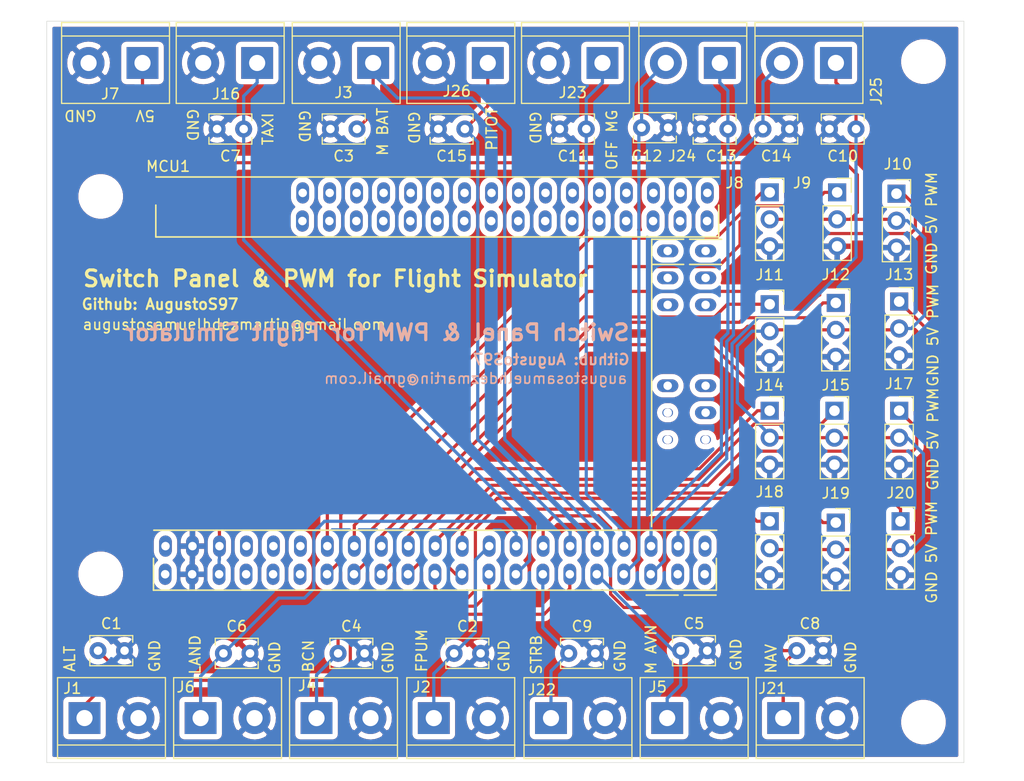
<source format=kicad_pcb>
(kicad_pcb (version 20171130) (host pcbnew "(5.1.10)-1")
  (layers (0 F.Cu signal) (31 B.Cu signal) (34 B.Paste user) (35 F.Paste user) (36 B.SilkS user) (37 F.SilkS user) (38 B.Mask user) (39 F.Mask user) (44 Edge.Cuts user))
  (net 0 "")
  (net 1 GND)
  (net 2 MASTER_ALT)
  (net 3 FUEL_PUMP)
  (net 4 MASTER_BAT)
  (net 5 BCN)
  (net 6 MASTER_AVIONIC)
  (net 7 LAND)
  (net 8 TAXI)
  (net 9 NAV)
  (net 10 STROBE)
  (net 11 START_MAGN)
  (net 12 OFF_MAGN)
  (net 13 R_MAGN)
  (net 14 L_MAGN)
  (net 15 BOTH_MAGN)
  (net 16 PITOT_HEAT)
  (net 17 +5V)
  (net 18 PWM1)
  (net 19 PWM2)
  (net 20 PWM3)
  (net 21 PWM4)
  (net 22 PWM5)
  (net 23 PWM6)
  (net 24 PWM7)
  (net 25 PWM8)
  (net 26 PWM9)
  (net 27 PWM10)
  (net 28 PWM11)
  (net 29 PWM12)
  (module TerminalBlock:TerminalBlock_bornier-2_P5.08mm (layer F.Cu) (at 126.614 116.463)
    (fp_text reference J2 (at -1.138 -2.925) (layer F.SilkS))
    (fp_text value Screw_Terminal_01x02)
    (pad 2 thru_hole circle (at 5.08 0) (size 3 3) (drill 1.52) (layers *.Cu *.Mask) (net 1 GND))
    (pad 1 thru_hole rect (at 0 0) (size 3 3) (drill 1.52) (layers *.Cu *.Mask) (net 3 FUEL_PUMP))
  )
  (module MountingHole:MountingHole_3.2mm_M3 (layer F.Cu) (at 172.72 116.84)
    (fp_text reference H4 hide)
    (fp_text value MountingHole_3.2mm_M3)
    (pad 1 np_thru_hole circle (at 0 0) (size 3.2 3.2) (drill 3.2) (layers *.Cu *.Mask))
  )
  (module MountingHole:MountingHole_3.2mm_M3 (layer F.Cu) (at 172.72 54.61)
    (fp_text reference H3 hide)
    (fp_text value MountingHole_3.2mm_M3)
    (pad 1 np_thru_hole circle (at 0 0) (size 3.2 3.2) (drill 3.2) (layers *.Cu *.Mask))
  )
  (module MountingHole:MountingHole_3.2mm_M3 (layer F.Cu) (at 95.25 102.87)
    (fp_text reference H2 hide)
    (fp_text value MountingHole_3.2mm_M3)
    (pad 1 np_thru_hole circle (at 0 0) (size 3.2 3.2) (drill 3.2) (layers *.Cu *.Mask))
  )
  (module MountingHole:MountingHole_3.2mm_M3 (layer F.Cu) (at 95.25 67.31)
    (fp_text reference H1 hide)
    (fp_text value MountingHole_3.2mm_M3)
    (pad 1 np_thru_hole circle (at 0 0) (size 3.2 3.2) (drill 3.2) (layers *.Cu *.Mask))
  )
  (module Mega2560-pro-mini-radio:MEGA_Embebido (layer F.Cu) (at 127 66.04 180)
    (fp_text reference MCU1 (at 25.4 1.56) (layer F.SilkS))
    (fp_text value Master_Arduino_Mega_Embebido_Arduino_Mega_v3)
    (pad 40 thru_hole oval (at -22.58 -36.87 180) (size 1.2 2) (drill 0.8) (layers *.Cu *.Mask))
    (pad 2 thru_hole oval (at 25.68 -36.87 180) (size 1.2 2) (drill 0.8) (layers *.Cu *.Mask))
    (pad 4 thru_hole oval (at 23.14 -36.87 180) (size 1.2 2) (drill 0.8) (layers *.Cu *.Mask) (net 1 GND))
    (pad 6 thru_hole oval (at 20.6 -36.87 180) (size 1.2 2) (drill 0.8) (layers *.Cu *.Mask) (net 17 +5V))
    (pad 8 thru_hole oval (at 18.06 -36.87 180) (size 1.2 2) (drill 0.8) (layers *.Cu *.Mask))
    (pad 10 thru_hole oval (at 15.52 -36.87 180) (size 1.2 2) (drill 0.8) (layers *.Cu *.Mask))
    (pad 12 thru_hole oval (at 12.98 -36.87 180) (size 1.2 2) (drill 0.8) (layers *.Cu *.Mask))
    (pad 14 thru_hole oval (at 10.44 -36.87 180) (size 1.2 2) (drill 0.8) (layers *.Cu *.Mask) (net 19 PWM2))
    (pad 16 thru_hole oval (at 7.9 -36.87 180) (size 1.2 2) (drill 0.8) (layers *.Cu *.Mask) (net 21 PWM4))
    (pad 18 thru_hole oval (at 5.36 -36.87 180) (size 1.2 2) (drill 0.8) (layers *.Cu *.Mask) (net 23 PWM6))
    (pad 20 thru_hole oval (at 2.82 -36.87 180) (size 1.2 2) (drill 0.8) (layers *.Cu *.Mask) (net 25 PWM8))
    (pad 22 thru_hole oval (at 0.28 -36.87 180) (size 1.2 2) (drill 0.8) (layers *.Cu *.Mask) (net 27 PWM10))
    (pad 24 thru_hole oval (at -2.26 -36.87 180) (size 1.2 2) (drill 0.8) (layers *.Cu *.Mask) (net 29 PWM12))
    (pad 26 thru_hole oval (at -4.8 -36.87 180) (size 1.2 2) (drill 0.8) (layers *.Cu *.Mask) (net 5 BCN))
    (pad 28 thru_hole oval (at -7.34 -36.87 180) (size 1.2 2) (drill 0.8) (layers *.Cu *.Mask) (net 8 TAXI))
    (pad 30 thru_hole oval (at -9.88 -36.87 180) (size 1.2 2) (drill 0.8) (layers *.Cu *.Mask) (net 10 STROBE))
    (pad 36 thru_hole oval (at -17.5 -36.87 180) (size 1.2 2) (drill 0.8) (layers *.Cu *.Mask) (net 13 R_MAGN))
    (pad 34 thru_hole oval (at -14.96 -36.87 180) (size 1.2 2) (drill 0.8) (layers *.Cu *.Mask) (net 6 MASTER_AVIONIC))
    (pad 32 thru_hole oval (at -12.42 -36.87 180) (size 1.2 2) (drill 0.8) (layers *.Cu *.Mask) (net 2 MASTER_ALT))
    (pad 42 thru_hole oval (at -25.12 -36.87 180) (size 1.2 2) (drill 0.8) (layers *.Cu *.Mask))
    (pad 38 thru_hole oval (at -20.04 -36.87 180) (size 1.2 2) (drill 0.8) (layers *.Cu *.Mask) (net 15 BOTH_MAGN))
    (pad 1 thru_hole oval (at 25.65 -34.22 180) (size 1.2 2) (drill 0.8) (layers *.Cu *.Mask))
    (pad 3 thru_hole oval (at 23.11 -34.22 180) (size 1.2 2) (drill 0.8) (layers *.Cu *.Mask) (net 1 GND))
    (pad 5 thru_hole oval (at 20.57 -34.22 180) (size 1.2 2) (drill 0.8) (layers *.Cu *.Mask) (net 17 +5V))
    (pad 7 thru_hole oval (at 18.03 -34.22 180) (size 1.2 2) (drill 0.8) (layers *.Cu *.Mask))
    (pad 9 thru_hole oval (at 15.49 -34.22 180) (size 1.2 2) (drill 0.8) (layers *.Cu *.Mask))
    (pad 11 thru_hole oval (at 12.95 -34.22 180) (size 1.2 2) (drill 0.8) (layers *.Cu *.Mask))
    (pad 13 thru_hole oval (at 10.41 -34.22 180) (size 1.2 2) (drill 0.8) (layers *.Cu *.Mask) (net 18 PWM1))
    (pad 15 thru_hole oval (at 7.87 -34.22 180) (size 1.2 2) (drill 0.8) (layers *.Cu *.Mask) (net 20 PWM3))
    (pad 17 thru_hole oval (at 5.33 -34.22 180) (size 1.2 2) (drill 0.8) (layers *.Cu *.Mask) (net 22 PWM5))
    (pad 19 thru_hole oval (at 2.79 -34.22 180) (size 1.2 2) (drill 0.8) (layers *.Cu *.Mask) (net 24 PWM7))
    (pad 21 thru_hole oval (at 0.25 -34.22 180) (size 1.2 2) (drill 0.8) (layers *.Cu *.Mask) (net 26 PWM9))
    (pad 23 thru_hole oval (at -2.29 -34.22 180) (size 1.2 2) (drill 0.8) (layers *.Cu *.Mask) (net 28 PWM11))
    (pad 25 thru_hole oval (at -4.83 -34.22 180) (size 1.2 2) (drill 0.8) (layers *.Cu *.Mask) (net 3 FUEL_PUMP))
    (pad 27 thru_hole oval (at -7.37 -34.22 180) (size 1.2 2) (drill 0.8) (layers *.Cu *.Mask) (net 7 LAND))
    (pad 29 thru_hole oval (at -9.91 -34.22 180) (size 1.2 2) (drill 0.8) (layers *.Cu *.Mask) (net 9 NAV))
    (pad 31 thru_hole oval (at -12.45 -34.22 180) (size 1.2 2) (drill 0.8) (layers *.Cu *.Mask) (net 16 PITOT_HEAT))
    (pad 33 thru_hole oval (at -14.99 -34.22 180) (size 1.2 2) (drill 0.8) (layers *.Cu *.Mask) (net 4 MASTER_BAT))
    (pad 35 thru_hole oval (at -17.53 -34.22 180) (size 1.2 2) (drill 0.8) (layers *.Cu *.Mask) (net 12 OFF_MAGN))
    (pad 37 thru_hole oval (at -20.07 -34.22 180) (size 1.2 2) (drill 0.8) (layers *.Cu *.Mask) (net 14 L_MAGN))
    (pad 39 thru_hole oval (at -22.61 -34.22 180) (size 1.2 2) (drill 0.8) (layers *.Cu *.Mask) (net 11 START_MAGN))
    (pad 41 thru_hole oval (at -25.15 -34.22 180) (size 1.2 2) (drill 0.8) (layers *.Cu *.Mask))
    (pad 67 thru_hole oval (at -25.206667 -8.947845 270) (size 1.2 2) (drill 0.8) (layers *.Cu *.Mask))
    (pad 43 thru_hole oval (at -21.636667 -24.187845 270) (size 0.8 1) (drill 0.8) (layers *.Cu *.Mask))
    (pad 45 thru_hole oval (at -21.636667 -21.647845 270) (size 0.8 1) (drill 0.8) (layers *.Cu *.Mask))
    (pad 47 thru_hole oval (at -21.636667 -19.107845 270) (size 1.2 2) (drill 0.8) (layers *.Cu *.Mask))
    (pad 44 thru_hole oval (at -25.206667 -24.187845 270) (size 0.8 1) (drill 0.8) (layers *.Cu *.Mask))
    (pad 46 thru_hole oval (at -25.206667 -21.647845 270) (size 1.2 2) (drill 0.8) (layers *.Cu *.Mask))
    (pad 48 thru_hole oval (at -25.206667 -19.107845 270) (size 1.2 2) (drill 0.8) (layers *.Cu *.Mask))
    (pad 65 thru_hole oval (at -25.206667 -6.407845 270) (size 1.2 2) (drill 0.8) (layers *.Cu *.Mask))
    (pad 69 thru_hole oval (at -25.206667 -11.487845 270) (size 1.2 2) (drill 0.8) (layers *.Cu *.Mask))
    (pad 70 thru_hole oval (at -21.636667 -11.487845 270) (size 1.2 2) (drill 0.8) (layers *.Cu *.Mask))
    (pad 68 thru_hole oval (at -21.636667 -8.947845 270) (size 1.2 2) (drill 0.8) (layers *.Cu *.Mask))
    (pad 66 thru_hole oval (at -21.636667 -6.407845 270) (size 1.2 2) (drill 0.8) (layers *.Cu *.Mask))
    (pad 62 thru_hole oval (at -22.8 -3.59 180) (size 1.2 2) (drill 0.8) (layers *.Cu *.Mask))
    (pad 72 thru_hole oval (at 12.76 -3.59 180) (size 1.2 2) (drill 0.8) (layers *.Cu *.Mask))
    (pad 74 thru_hole oval (at 10.22 -3.59 180) (size 1.2 2) (drill 0.8) (layers *.Cu *.Mask))
    (pad 76 thru_hole oval (at 7.68 -3.59 180) (size 1.2 2) (drill 0.8) (layers *.Cu *.Mask))
    (pad 78 thru_hole oval (at 5.14 -3.59 180) (size 1.2 2) (drill 0.8) (layers *.Cu *.Mask))
    (pad 80 thru_hole oval (at 2.6 -3.59 180) (size 1.2 2) (drill 0.8) (layers *.Cu *.Mask))
    (pad 82 thru_hole oval (at 0.06 -3.59 180) (size 1.2 2) (drill 0.8) (layers *.Cu *.Mask))
    (pad 84 thru_hole oval (at -2.48 -3.59 180) (size 1.2 2) (drill 0.8) (layers *.Cu *.Mask))
    (pad 86 thru_hole oval (at -5.02 -3.59 180) (size 1.2 2) (drill 0.8) (layers *.Cu *.Mask))
    (pad 50 thru_hole oval (at -7.56 -3.59 180) (size 1.2 2) (drill 0.8) (layers *.Cu *.Mask))
    (pad 52 thru_hole oval (at -10.1 -3.59 180) (size 1.2 2) (drill 0.8) (layers *.Cu *.Mask))
    (pad 58 thru_hole oval (at -17.72 -3.59 180) (size 1.2 2) (drill 0.8) (layers *.Cu *.Mask))
    (pad 56 thru_hole oval (at -15.18 -3.59 180) (size 1.2 2) (drill 0.8) (layers *.Cu *.Mask))
    (pad 54 thru_hole oval (at -12.64 -3.59 180) (size 1.2 2) (drill 0.8) (layers *.Cu *.Mask))
    (pad 64 thru_hole oval (at -25.34 -3.59 180) (size 1.2 2) (drill 0.8) (layers *.Cu *.Mask))
    (pad 60 thru_hole oval (at -20.26 -3.59 180) (size 1.2 2) (drill 0.8) (layers *.Cu *.Mask))
    (pad 71 thru_hole oval (at 12.73 -0.94 180) (size 1.2 2) (drill 0.8) (layers *.Cu *.Mask))
    (pad 73 thru_hole oval (at 10.19 -0.94 180) (size 1.2 2) (drill 0.8) (layers *.Cu *.Mask))
    (pad 75 thru_hole oval (at 7.65 -0.94 180) (size 1.2 2) (drill 0.8) (layers *.Cu *.Mask))
    (pad 77 thru_hole oval (at 5.11 -0.94 180) (size 1.2 2) (drill 0.8) (layers *.Cu *.Mask))
    (pad 79 thru_hole oval (at 2.57 -0.94 180) (size 1.2 2) (drill 0.8) (layers *.Cu *.Mask))
    (pad 81 thru_hole oval (at 0.03 -0.94 180) (size 1.2 2) (drill 0.8) (layers *.Cu *.Mask))
    (pad 83 thru_hole oval (at -2.51 -0.94 180) (size 1.2 2) (drill 0.8) (layers *.Cu *.Mask))
    (pad 85 thru_hole oval (at -5.05 -0.94 180) (size 1.2 2) (drill 0.8) (layers *.Cu *.Mask))
    (pad 49 thru_hole oval (at -7.59 -0.94 180) (size 1.2 2) (drill 0.8) (layers *.Cu *.Mask))
    (pad 51 thru_hole oval (at -10.13 -0.94 180) (size 1.2 2) (drill 0.8) (layers *.Cu *.Mask))
    (pad 53 thru_hole oval (at -12.67 -0.94 180) (size 1.2 2) (drill 0.8) (layers *.Cu *.Mask))
    (pad 55 thru_hole oval (at -15.21 -0.94 180) (size 1.2 2) (drill 0.8) (layers *.Cu *.Mask))
    (pad 57 thru_hole oval (at -17.75 -0.94 180) (size 1.2 2) (drill 0.8) (layers *.Cu *.Mask))
    (pad 59 thru_hole oval (at -20.29 -0.94 180) (size 1.2 2) (drill 0.8) (layers *.Cu *.Mask))
    (pad 61 thru_hole oval (at -22.83 -0.94 180) (size 1.2 2) (drill 0.8) (layers *.Cu *.Mask))
    (pad 63 thru_hole oval (at -25.37 -0.94 180) (size 1.2 2) (drill 0.8) (layers *.Cu *.Mask))
  )
  (module TerminalBlock:TerminalBlock_bornier-2_P5.08mm (layer F.Cu) (at 131.699 54.737 180)
    (fp_text reference J26 (at 2.921 -2.667) (layer F.SilkS))
    (fp_text value Screw_Terminal_01x02)
    (pad 2 thru_hole circle (at 5.08 0 180) (size 3 3) (drill 1.52) (layers *.Cu *.Mask) (net 1 GND))
    (pad 1 thru_hole rect (at 0 0 180) (size 3 3) (drill 1.52) (layers *.Cu *.Mask) (net 16 PITOT_HEAT))
  )
  (module TerminalBlock:TerminalBlock_bornier-2_P5.08mm (layer F.Cu) (at 164.477 54.733 180)
    (fp_text reference J25 (at -3.798 -2.671 90) (layer F.SilkS))
    (fp_text value Screw_Terminal_01x02)
    (pad 2 thru_hole circle (at 5.08 0 180) (size 3 3) (drill 1.52) (layers *.Cu *.Mask) (net 15 BOTH_MAGN))
    (pad 1 thru_hole rect (at 0 0 180) (size 3 3) (drill 1.52) (layers *.Cu *.Mask) (net 11 START_MAGN))
  )
  (module TerminalBlock:TerminalBlock_bornier-2_P5.08mm (layer F.Cu) (at 153.543 54.737 180)
    (fp_text reference J24 (at 3.556 -8.763 180) (layer F.SilkS))
    (fp_text value Screw_Terminal_01x02)
    (pad 2 thru_hole circle (at 5.08 0 180) (size 3 3) (drill 1.52) (layers *.Cu *.Mask) (net 13 R_MAGN))
    (pad 1 thru_hole rect (at 0 0 180) (size 3 3) (drill 1.52) (layers *.Cu *.Mask) (net 14 L_MAGN))
  )
  (module TerminalBlock:TerminalBlock_bornier-2_P5.08mm (layer F.Cu) (at 142.494 54.737 180)
    (fp_text reference J23 (at 2.794 -2.794) (layer F.SilkS))
    (fp_text value Screw_Terminal_01x02)
    (pad 2 thru_hole circle (at 5.08 0 180) (size 3 3) (drill 1.52) (layers *.Cu *.Mask) (net 1 GND))
    (pad 1 thru_hole rect (at 0 0 180) (size 3 3) (drill 1.52) (layers *.Cu *.Mask) (net 12 OFF_MAGN))
  )
  (module TerminalBlock:TerminalBlock_bornier-2_P5.08mm (layer F.Cu) (at 137.649 116.463)
    (fp_text reference J22 (at -0.87 -2.671) (layer F.SilkS))
    (fp_text value Screw_Terminal_01x02)
    (pad 2 thru_hole circle (at 5.08 0) (size 3 3) (drill 1.52) (layers *.Cu *.Mask) (net 1 GND))
    (pad 1 thru_hole rect (at 0 0) (size 3 3) (drill 1.52) (layers *.Cu *.Mask) (net 10 STROBE))
  )
  (module TerminalBlock:TerminalBlock_bornier-2_P5.08mm (layer F.Cu) (at 159.512 116.459)
    (fp_text reference J21 (at -1.016 -2.794) (layer F.SilkS))
    (fp_text value Screw_Terminal_01x02)
    (pad 2 thru_hole circle (at 5.08 0) (size 3 3) (drill 1.52) (layers *.Cu *.Mask) (net 1 GND))
    (pad 1 thru_hole rect (at 0 0) (size 3 3) (drill 1.52) (layers *.Cu *.Mask) (net 9 NAV))
  )
  (module Connector_PinSocket_2.54mm:PinSocket_1x03_P2.54mm_Vertical (layer F.Cu) (at 170.561 97.917)
    (fp_text reference J20 (at 0 -2.667) (layer F.SilkS))
    (fp_text value PWM12_CONN)
    (pad 3 thru_hole oval (at 0 5.08) (size 1.7 1.7) (drill 1) (layers *.Cu *.Mask) (net 1 GND))
    (pad 2 thru_hole oval (at 0 2.54) (size 1.7 1.7) (drill 1) (layers *.Cu *.Mask) (net 17 +5V))
    (pad 1 thru_hole rect (at 0 0) (size 1.7 1.7) (drill 1) (layers *.Cu *.Mask) (net 29 PWM12))
  )
  (module Connector_PinSocket_2.54mm:PinSocket_1x03_P2.54mm_Vertical (layer F.Cu) (at 164.465 98.044)
    (fp_text reference J19 (at 0 -2.77) (layer F.SilkS))
    (fp_text value PWM11_CONN)
    (pad 3 thru_hole oval (at 0 5.08) (size 1.7 1.7) (drill 1) (layers *.Cu *.Mask) (net 1 GND))
    (pad 2 thru_hole oval (at 0 2.54) (size 1.7 1.7) (drill 1) (layers *.Cu *.Mask) (net 17 +5V))
    (pad 1 thru_hole rect (at 0 0) (size 1.7 1.7) (drill 1) (layers *.Cu *.Mask) (net 28 PWM11))
  )
  (module Connector_PinSocket_2.54mm:PinSocket_1x03_P2.54mm_Vertical (layer F.Cu) (at 158.242 97.917)
    (fp_text reference J18 (at 0 -2.77) (layer F.SilkS))
    (fp_text value PWM10_CONN)
    (pad 3 thru_hole oval (at 0 5.08) (size 1.7 1.7) (drill 1) (layers *.Cu *.Mask) (net 1 GND))
    (pad 2 thru_hole oval (at 0 2.54) (size 1.7 1.7) (drill 1) (layers *.Cu *.Mask) (net 17 +5V))
    (pad 1 thru_hole rect (at 0 0) (size 1.7 1.7) (drill 1) (layers *.Cu *.Mask) (net 27 PWM10))
  )
  (module Connector_PinSocket_2.54mm:PinSocket_1x03_P2.54mm_Vertical (layer F.Cu) (at 170.434 87.503)
    (fp_text reference J17 (at 0 -2.54) (layer F.SilkS))
    (fp_text value PWM9_CONN)
    (pad 3 thru_hole oval (at 0 5.08) (size 1.7 1.7) (drill 1) (layers *.Cu *.Mask) (net 1 GND))
    (pad 2 thru_hole oval (at 0 2.54) (size 1.7 1.7) (drill 1) (layers *.Cu *.Mask) (net 17 +5V))
    (pad 1 thru_hole rect (at 0 0) (size 1.7 1.7) (drill 1) (layers *.Cu *.Mask) (net 26 PWM9))
  )
  (module TerminalBlock:TerminalBlock_bornier-2_P5.08mm (layer F.Cu) (at 109.982 54.737 180)
    (fp_text reference J16 (at 2.921 -2.921) (layer F.SilkS))
    (fp_text value Screw_Terminal_01x02)
    (pad 2 thru_hole circle (at 5.08 0 180) (size 3 3) (drill 1.52) (layers *.Cu *.Mask) (net 1 GND))
    (pad 1 thru_hole rect (at 0 0 180) (size 3 3) (drill 1.52) (layers *.Cu *.Mask) (net 8 TAXI))
  )
  (module Connector_PinSocket_2.54mm:PinSocket_1x03_P2.54mm_Vertical (layer F.Cu) (at 164.338 87.503)
    (fp_text reference J15 (at 0.127 -2.413) (layer F.SilkS))
    (fp_text value PWM8_CONN)
    (pad 3 thru_hole oval (at 0 5.08) (size 1.7 1.7) (drill 1) (layers *.Cu *.Mask) (net 1 GND))
    (pad 2 thru_hole oval (at 0 2.54) (size 1.7 1.7) (drill 1) (layers *.Cu *.Mask) (net 17 +5V))
    (pad 1 thru_hole rect (at 0 0) (size 1.7 1.7) (drill 1) (layers *.Cu *.Mask) (net 25 PWM8))
  )
  (module Connector_PinSocket_2.54mm:PinSocket_1x03_P2.54mm_Vertical (layer F.Cu) (at 158.242 87.503)
    (fp_text reference J14 (at 0 -2.413) (layer F.SilkS))
    (fp_text value PWM7_CONN)
    (pad 3 thru_hole oval (at 0 5.08) (size 1.7 1.7) (drill 1) (layers *.Cu *.Mask) (net 1 GND))
    (pad 2 thru_hole oval (at 0 2.54) (size 1.7 1.7) (drill 1) (layers *.Cu *.Mask) (net 17 +5V))
    (pad 1 thru_hole rect (at 0 0) (size 1.7 1.7) (drill 1) (layers *.Cu *.Mask) (net 24 PWM7))
  )
  (module Connector_PinSocket_2.54mm:PinSocket_1x03_P2.54mm_Vertical (layer F.Cu) (at 170.434 77.216)
    (fp_text reference J13 (at 0 -2.54) (layer F.SilkS))
    (fp_text value PWM6_CONN)
    (pad 3 thru_hole oval (at 0 5.08) (size 1.7 1.7) (drill 1) (layers *.Cu *.Mask) (net 1 GND))
    (pad 2 thru_hole oval (at 0 2.54) (size 1.7 1.7) (drill 1) (layers *.Cu *.Mask) (net 17 +5V))
    (pad 1 thru_hole rect (at 0 0) (size 1.7 1.7) (drill 1) (layers *.Cu *.Mask) (net 23 PWM6))
  )
  (module Connector_PinSocket_2.54mm:PinSocket_1x03_P2.54mm_Vertical (layer F.Cu) (at 164.465 77.343)
    (fp_text reference J12 (at 0 -2.667) (layer F.SilkS))
    (fp_text value PWM5_CONN)
    (pad 3 thru_hole oval (at 0 5.08) (size 1.7 1.7) (drill 1) (layers *.Cu *.Mask) (net 1 GND))
    (pad 2 thru_hole oval (at 0 2.54) (size 1.7 1.7) (drill 1) (layers *.Cu *.Mask) (net 17 +5V))
    (pad 1 thru_hole rect (at 0 0) (size 1.7 1.7) (drill 1) (layers *.Cu *.Mask) (net 22 PWM5))
  )
  (module Connector_PinSocket_2.54mm:PinSocket_1x03_P2.54mm_Vertical (layer F.Cu) (at 158.242 77.47)
    (fp_text reference J11 (at 0 -2.77) (layer F.SilkS))
    (fp_text value PWM4_CONN)
    (pad 3 thru_hole oval (at 0 5.08) (size 1.7 1.7) (drill 1) (layers *.Cu *.Mask) (net 1 GND))
    (pad 2 thru_hole oval (at 0 2.54) (size 1.7 1.7) (drill 1) (layers *.Cu *.Mask) (net 17 +5V))
    (pad 1 thru_hole rect (at 0 0) (size 1.7 1.7) (drill 1) (layers *.Cu *.Mask) (net 21 PWM4))
  )
  (module Connector_PinSocket_2.54mm:PinSocket_1x03_P2.54mm_Vertical (layer F.Cu) (at 170.18 67.056)
    (fp_text reference J10 (at 0.127 -2.794) (layer F.SilkS))
    (fp_text value PWM3_CONN)
    (pad 3 thru_hole oval (at 0 5.08) (size 1.7 1.7) (drill 1) (layers *.Cu *.Mask) (net 1 GND))
    (pad 2 thru_hole oval (at 0 2.54) (size 1.7 1.7) (drill 1) (layers *.Cu *.Mask) (net 17 +5V))
    (pad 1 thru_hole rect (at 0 0) (size 1.7 1.7) (drill 1) (layers *.Cu *.Mask) (net 20 PWM3))
  )
  (module Connector_PinSocket_2.54mm:PinSocket_1x03_P2.54mm_Vertical (layer F.Cu) (at 164.592 66.929)
    (fp_text reference J9 (at -3.302 -0.889) (layer F.SilkS))
    (fp_text value PWM2_CONN)
    (pad 3 thru_hole oval (at 0 5.08) (size 1.7 1.7) (drill 1) (layers *.Cu *.Mask) (net 1 GND))
    (pad 2 thru_hole oval (at 0 2.54) (size 1.7 1.7) (drill 1) (layers *.Cu *.Mask) (net 17 +5V))
    (pad 1 thru_hole rect (at 0 0) (size 1.7 1.7) (drill 1) (layers *.Cu *.Mask) (net 19 PWM2))
  )
  (module Connector_PinSocket_2.54mm:PinSocket_1x03_P2.54mm_Vertical (layer F.Cu) (at 158.242 66.929)
    (fp_text reference J8 (at -3.302 -0.889) (layer F.SilkS))
    (fp_text value PWM1_CONN)
    (pad 3 thru_hole oval (at 0 5.08) (size 1.7 1.7) (drill 1) (layers *.Cu *.Mask) (net 1 GND))
    (pad 2 thru_hole oval (at 0 2.54) (size 1.7 1.7) (drill 1) (layers *.Cu *.Mask) (net 17 +5V))
    (pad 1 thru_hole rect (at 0 0) (size 1.7 1.7) (drill 1) (layers *.Cu *.Mask) (net 18 PWM1))
  )
  (module TerminalBlock:TerminalBlock_bornier-2_P5.08mm (layer F.Cu) (at 99.187 54.737 180)
    (fp_text reference J7 (at 3.048 -2.921) (layer F.SilkS))
    (fp_text value Screw_Terminal_01x02)
    (pad 2 thru_hole circle (at 5.08 0 180) (size 3 3) (drill 1.52) (layers *.Cu *.Mask) (net 1 GND))
    (pad 1 thru_hole rect (at 0 0 180) (size 3 3) (drill 1.52) (layers *.Cu *.Mask) (net 17 +5V))
  )
  (module TerminalBlock:TerminalBlock_bornier-2_P5.08mm (layer F.Cu) (at 104.657 116.463)
    (fp_text reference J6 (at -1.406 -2.925) (layer F.SilkS))
    (fp_text value Screw_Terminal_01x02)
    (pad 2 thru_hole circle (at 5.08 0) (size 3 3) (drill 1.52) (layers *.Cu *.Mask) (net 1 GND))
    (pad 1 thru_hole rect (at 0 0) (size 3 3) (drill 1.52) (layers *.Cu *.Mask) (net 7 LAND))
  )
  (module TerminalBlock:TerminalBlock_bornier-2_P5.08mm (layer F.Cu) (at 148.59 116.459)
    (fp_text reference J5 (at -0.889 -2.921) (layer F.SilkS))
    (fp_text value Screw_Terminal_01x02)
    (pad 2 thru_hole circle (at 5.08 0) (size 3 3) (drill 1.52) (layers *.Cu *.Mask) (net 1 GND))
    (pad 1 thru_hole rect (at 0 0) (size 3 3) (drill 1.52) (layers *.Cu *.Mask) (net 6 MASTER_AVIONIC))
  )
  (module TerminalBlock:TerminalBlock_bornier-2_P5.08mm (layer F.Cu) (at 115.572 116.463)
    (fp_text reference J4 (at -0.891 -3.052) (layer F.SilkS))
    (fp_text value Screw_Terminal_01x02)
    (pad 2 thru_hole circle (at 5.08 0) (size 3 3) (drill 1.52) (layers *.Cu *.Mask) (net 1 GND))
    (pad 1 thru_hole rect (at 0 0) (size 3 3) (drill 1.52) (layers *.Cu *.Mask) (net 5 BCN))
  )
  (module TerminalBlock:TerminalBlock_bornier-2_P5.08mm (layer F.Cu) (at 120.904 54.737 180)
    (fp_text reference J3 (at 2.794 -2.794) (layer F.SilkS))
    (fp_text value Screw_Terminal_01x02)
    (pad 2 thru_hole circle (at 5.08 0 180) (size 3 3) (drill 1.52) (layers *.Cu *.Mask) (net 1 GND))
    (pad 1 thru_hole rect (at 0 0 180) (size 3 3) (drill 1.52) (layers *.Cu *.Mask) (net 4 MASTER_BAT))
  )
  (module TerminalBlock:TerminalBlock_bornier-2_P5.08mm (layer F.Cu) (at 93.726 116.459)
    (fp_text reference J1 (at -1.143 -2.794) (layer F.SilkS))
    (fp_text value Screw_Terminal_01x02)
    (pad 2 thru_hole circle (at 5.08 0) (size 3 3) (drill 1.52) (layers *.Cu *.Mask) (net 1 GND))
    (pad 1 thru_hole rect (at 0 0) (size 3 3) (drill 1.52) (layers *.Cu *.Mask) (net 2 MASTER_ALT))
  )
  (module Capacitor_THT:C_Disc_D3.8mm_W2.6mm_P2.50mm (layer F.Cu) (at 129.54 60.96 180)
    (fp_text reference C15 (at 1.25 -2.55) (layer F.SilkS))
    (fp_text value 10nF)
    (pad 2 thru_hole circle (at 2.5 0 180) (size 1.6 1.6) (drill 0.8) (layers *.Cu *.Mask) (net 1 GND))
    (pad 1 thru_hole circle (at 0 0 180) (size 1.6 1.6) (drill 0.8) (layers *.Cu *.Mask) (net 16 PITOT_HEAT))
  )
  (module Capacitor_THT:C_Disc_D3.8mm_W2.6mm_P2.50mm (layer F.Cu) (at 157.607 60.96)
    (fp_text reference C14 (at 1.25 2.54) (layer F.SilkS))
    (fp_text value 10nF)
    (pad 2 thru_hole circle (at 2.5 0) (size 1.6 1.6) (drill 0.8) (layers *.Cu *.Mask) (net 1 GND))
    (pad 1 thru_hole circle (at 0 0) (size 1.6 1.6) (drill 0.8) (layers *.Cu *.Mask) (net 15 BOTH_MAGN))
  )
  (module Capacitor_THT:C_Disc_D3.8mm_W2.6mm_P2.50mm (layer F.Cu) (at 154.305 60.96 180)
    (fp_text reference C13 (at 0.635 -2.54) (layer F.SilkS))
    (fp_text value 10nF)
    (pad 2 thru_hole circle (at 2.5 0 180) (size 1.6 1.6) (drill 0.8) (layers *.Cu *.Mask) (net 1 GND))
    (pad 1 thru_hole circle (at 0 0 180) (size 1.6 1.6) (drill 0.8) (layers *.Cu *.Mask) (net 14 L_MAGN))
  )
  (module Capacitor_THT:C_Disc_D3.8mm_W2.6mm_P2.50mm (layer F.Cu) (at 146.177 60.833)
    (fp_text reference C12 (at 0.508 2.667) (layer F.SilkS))
    (fp_text value 10nF)
    (pad 2 thru_hole circle (at 2.5 0) (size 1.6 1.6) (drill 0.8) (layers *.Cu *.Mask) (net 1 GND))
    (pad 1 thru_hole circle (at 0 0) (size 1.6 1.6) (drill 0.8) (layers *.Cu *.Mask) (net 13 R_MAGN))
  )
  (module Capacitor_THT:C_Disc_D3.8mm_W2.6mm_P2.50mm (layer F.Cu) (at 140.97 60.96 180)
    (fp_text reference C11 (at 1.25 -2.55) (layer F.SilkS))
    (fp_text value 10nF)
    (pad 2 thru_hole circle (at 2.5 0 180) (size 1.6 1.6) (drill 0.8) (layers *.Cu *.Mask) (net 1 GND))
    (pad 1 thru_hole circle (at 0 0 180) (size 1.6 1.6) (drill 0.8) (layers *.Cu *.Mask) (net 12 OFF_MAGN))
  )
  (module Capacitor_THT:C_Disc_D3.8mm_W2.6mm_P2.50mm (layer F.Cu) (at 166.37 60.96 180)
    (fp_text reference C10 (at 1.25 -2.55) (layer F.SilkS))
    (fp_text value 10nF)
    (pad 2 thru_hole circle (at 2.5 0 180) (size 1.6 1.6) (drill 0.8) (layers *.Cu *.Mask) (net 1 GND))
    (pad 1 thru_hole circle (at 0 0 180) (size 1.6 1.6) (drill 0.8) (layers *.Cu *.Mask) (net 11 START_MAGN))
  )
  (module Capacitor_THT:C_Disc_D3.8mm_W2.6mm_P2.50mm (layer F.Cu) (at 139.319 110.363)
    (fp_text reference C9 (at 1.25 -2.55) (layer F.SilkS))
    (fp_text value 10nF)
    (pad 2 thru_hole circle (at 2.5 0) (size 1.6 1.6) (drill 0.8) (layers *.Cu *.Mask) (net 1 GND))
    (pad 1 thru_hole circle (at 0 0) (size 1.6 1.6) (drill 0.8) (layers *.Cu *.Mask) (net 10 STROBE))
  )
  (module Capacitor_THT:C_Disc_D3.8mm_W2.6mm_P2.50mm (layer F.Cu) (at 160.782 110.109)
    (fp_text reference C8 (at 1.25 -2.55) (layer F.SilkS))
    (fp_text value 10nF)
    (pad 2 thru_hole circle (at 2.5 0) (size 1.6 1.6) (drill 0.8) (layers *.Cu *.Mask) (net 1 GND))
    (pad 1 thru_hole circle (at 0 0) (size 1.6 1.6) (drill 0.8) (layers *.Cu *.Mask) (net 9 NAV))
  )
  (module Capacitor_THT:C_Disc_D3.8mm_W2.6mm_P2.50mm (layer F.Cu) (at 108.712 60.96 180)
    (fp_text reference C7 (at 1.25 -2.55) (layer F.SilkS))
    (fp_text value 10nF)
    (pad 2 thru_hole circle (at 2.5 0 180) (size 1.6 1.6) (drill 0.8) (layers *.Cu *.Mask) (net 1 GND))
    (pad 1 thru_hole circle (at 0 0 180) (size 1.6 1.6) (drill 0.8) (layers *.Cu *.Mask) (net 8 TAXI))
  )
  (module Capacitor_THT:C_Disc_D3.8mm_W2.6mm_P2.50mm (layer F.Cu) (at 106.807 110.363)
    (fp_text reference C6 (at 1.25 -2.55) (layer F.SilkS))
    (fp_text value 10nF)
    (pad 2 thru_hole circle (at 2.5 0) (size 1.6 1.6) (drill 0.8) (layers *.Cu *.Mask) (net 1 GND))
    (pad 1 thru_hole circle (at 0 0) (size 1.6 1.6) (drill 0.8) (layers *.Cu *.Mask) (net 7 LAND))
  )
  (module Capacitor_THT:C_Disc_D3.8mm_W2.6mm_P2.50mm (layer F.Cu) (at 149.86 110.109)
    (fp_text reference C5 (at 1.25 -2.55) (layer F.SilkS))
    (fp_text value 10nF)
    (pad 2 thru_hole circle (at 2.5 0) (size 1.6 1.6) (drill 0.8) (layers *.Cu *.Mask) (net 1 GND))
    (pad 1 thru_hole circle (at 0 0) (size 1.6 1.6) (drill 0.8) (layers *.Cu *.Mask) (net 6 MASTER_AVIONIC))
  )
  (module Capacitor_THT:C_Disc_D3.8mm_W2.6mm_P2.50mm (layer F.Cu) (at 117.602 110.363)
    (fp_text reference C4 (at 1.25 -2.55) (layer F.SilkS))
    (fp_text value 10nF)
    (pad 2 thru_hole circle (at 2.5 0) (size 1.6 1.6) (drill 0.8) (layers *.Cu *.Mask) (net 1 GND))
    (pad 1 thru_hole circle (at 0 0) (size 1.6 1.6) (drill 0.8) (layers *.Cu *.Mask) (net 5 BCN))
  )
  (module Capacitor_THT:C_Disc_D3.8mm_W2.6mm_P2.50mm (layer F.Cu) (at 119.38 60.96 180)
    (fp_text reference C3 (at 1.25 -2.55) (layer F.SilkS))
    (fp_text value 10nF)
    (pad 2 thru_hole circle (at 2.5 0 180) (size 1.6 1.6) (drill 0.8) (layers *.Cu *.Mask) (net 1 GND))
    (pad 1 thru_hole circle (at 0 0 180) (size 1.6 1.6) (drill 0.8) (layers *.Cu *.Mask) (net 4 MASTER_BAT))
  )
  (module Capacitor_THT:C_Disc_D3.8mm_W2.6mm_P2.50mm (layer F.Cu) (at 128.524 110.363)
    (fp_text reference C2 (at 1.25 -2.55) (layer F.SilkS))
    (fp_text value 10nF)
    (pad 2 thru_hole circle (at 2.5 0) (size 1.6 1.6) (drill 0.8) (layers *.Cu *.Mask) (net 1 GND))
    (pad 1 thru_hole circle (at 0 0) (size 1.6 1.6) (drill 0.8) (layers *.Cu *.Mask) (net 3 FUEL_PUMP))
  )
  (module Capacitor_THT:C_Disc_D3.8mm_W2.6mm_P2.50mm (layer F.Cu) (at 94.996 110.109)
    (fp_text reference C1 (at 1.25 -2.55) (layer F.SilkS))
    (fp_text value 10nF)
    (pad 2 thru_hole circle (at 2.5 0) (size 1.6 1.6) (drill 0.8) (layers *.Cu *.Mask) (net 1 GND))
    (pad 1 thru_hole circle (at 0 0) (size 1.6 1.6) (drill 0.8) (layers *.Cu *.Mask) (net 2 MASTER_ALT))
  )
  (gr_text GND (at 136.144 60.833 270) (layer F.SilkS) (effects (font (size 1 1))))
  (gr_text GND (at 124.714 60.833 270) (layer F.SilkS) (effects (font (size 1 1))))
  (gr_text GND (at 114.427 60.706 270) (layer F.SilkS) (effects (font (size 1 1))))
  (gr_text GND (at 103.886 60.579 270) (layer F.SilkS) (effects (font (size 1 1))))
  (gr_text GND (at 165.862 110.744 90) (layer F.SilkS) (effects (font (size 1 1))))
  (gr_text GND (at 155.067 110.49 90) (layer F.SilkS) (effects (font (size 1 1))))
  (gr_text GND (at 144.145 110.617 90) (layer F.SilkS) (effects (font (size 1 1))))
  (gr_text GND (at 133.223 110.617 90) (layer F.SilkS) (effects (font (size 1 1))))
  (gr_text GND (at 122.301 110.744 90) (layer F.SilkS) (effects (font (size 1 1))))
  (gr_text GND (at 111.633 110.744 90) (layer F.SilkS) (effects (font (size 1 1))))
  (gr_text "Switch Panel & PWM for Flight Simulator" (at 121.285 80.137) (layer B.SilkS) (effects (font (size 1.5 1.5) (thickness 0.3)) (justify mirror)))
  (gr_text augustosamuelhdezmartin@gmail.com (at 130.556 84.455) (layer B.SilkS) (effects (font (size 1 1)) (justify mirror)))
  (gr_text "Github: AugustoS97" (at 137.668 82.677) (layer B.SilkS) (effects (font (size 1 1) (thickness 0.2)) (justify mirror)))
  (gr_text augustosamuelhdezmartin@gmail.com (at 107.823 79.375) (layer F.SilkS) (effects (font (size 1 1))))
  (gr_text "Github: AugustoS97" (at 100.838 77.47) (layer F.SilkS) (effects (font (size 1 1) (thickness 0.2))))
  (gr_text "Switch Panel & PWM for Flight Simulator" (at 117.348 75.057) (layer F.SilkS) (effects (font (size 1.5 1.5) (thickness 0.3))))
  (gr_text "GND 5V PWM" (at 173.482 69.85 90) (layer F.SilkS) (effects (font (size 1 1))))
  (gr_text "GND 5V PWM" (at 173.609 80.391 90) (layer F.SilkS) (effects (font (size 1 1))))
  (gr_text "GND 5V PWM" (at 173.609 90.17 90) (layer F.SilkS) (effects (font (size 1 1))))
  (gr_text "OFF MG" (at 143.383 61.976 90) (layer F.SilkS) (effects (font (size 1 1))))
  (gr_text PITOT (at 132.08 60.96 90) (layer F.SilkS) (effects (font (size 1 1))))
  (gr_text "M BAT" (at 121.793 61.214 90) (layer F.SilkS) (effects (font (size 1 1))))
  (gr_text TAXI (at 110.998 60.96 90) (layer F.SilkS) (effects (font (size 1 1))))
  (gr_text NAV (at 158.369 110.871 90) (layer F.SilkS) (effects (font (size 1 1))))
  (gr_text "M AVN" (at 147.066 109.982 90) (layer F.SilkS) (effects (font (size 1 1))))
  (gr_text STRB (at 136.271 110.49 90) (layer F.SilkS) (effects (font (size 1 1))))
  (gr_text FPUM (at 125.476 110.109 90) (layer F.SilkS) (effects (font (size 1 1))))
  (gr_text BCN (at 114.808 110.617 90) (layer F.SilkS) (effects (font (size 1 1))))
  (gr_text LAND (at 104.14 110.49 90) (layer F.SilkS) (effects (font (size 1 1))))
  (gr_text ALT (at 92.329 110.871 90) (layer F.SilkS) (effects (font (size 1 1))))
  (gr_text GND (at 100.33 110.617 90) (layer F.SilkS) (effects (font (size 1 1))))
  (gr_text GND (at 93.345 59.69 180) (layer F.SilkS) (effects (font (size 1 1))))
  (gr_text 5V (at 99.441 59.69 180) (layer F.SilkS) (effects (font (size 1 1))))
  (gr_text "GND 5V PWM" (at 173.482 100.838 90) (layer F.SilkS) (effects (font (size 1 1))))
  (gr_line (start 90.17 120.65) (end 90.17 50.8) (layer Edge.Cuts) (width 0.05))
  (gr_line (start 176.53 120.65) (end 90.17 120.65) (layer Edge.Cuts) (width 0.05))
  (gr_line (start 176.53 50.8) (end 176.53 120.65) (layer Edge.Cuts) (width 0.05))
  (gr_line (start 90.17 50.8) (end 176.53 50.8) (layer Edge.Cuts) (width 0.05))
  (segment (start 94.996 110.109) (end 96.9346 112.0476) (width 0.3) (layer F.Cu) (net 2))
  (segment (start 93.726 115.2562) (end 93.726 116.459) (width 0.3) (layer F.Cu) (net 2))
  (segment (start 96.9346 112.0476) (end 93.726 115.2562) (width 0.3) (layer F.Cu) (net 2))
  (segment (start 137.0003 106.68) (end 139.42 104.2603) (width 0.3) (layer F.Cu) (net 2))
  (segment (start 119.507 106.68) (end 137.0003 106.68) (width 0.3) (layer F.Cu) (net 2))
  (segment (start 118.7524 107.4346) (end 119.507 106.68) (width 0.3) (layer F.Cu) (net 2))
  (segment (start 139.42 104.2603) (end 139.42 102.91) (width 0.3) (layer F.Cu) (net 2))
  (segment (start 118.7524 111.7526) (end 118.7524 107.4346) (width 0.3) (layer F.Cu) (net 2))
  (segment (start 117.602 112.903) (end 118.7524 111.7526) (width 0.3) (layer F.Cu) (net 2))
  (segment (start 97.79 112.903) (end 117.602 112.903) (width 0.3) (layer F.Cu) (net 2))
  (segment (start 96.9346 112.0476) (end 97.79 112.903) (width 0.3) (layer F.Cu) (net 2))
  (segment (start 128.524 110.363) (end 130.5304 108.3566) (width 0.3) (layer B.Cu) (net 3))
  (segment (start 130.5304 108.3566) (end 130.5304 101.5596) (width 0.3) (layer B.Cu) (net 3))
  (segment (start 130.5304 101.5596) (end 131.83 100.26) (width 0.3) (layer B.Cu) (net 3))
  (segment (start 126.614 116.463) (end 126.614 112.273) (width 0.3) (layer B.Cu) (net 3))
  (segment (start 126.614 112.273) (end 128.524 110.363) (width 0.3) (layer B.Cu) (net 3))
  (segment (start 119.38 60.96) (end 120.904 59.436) (width 0.3) (layer F.Cu) (net 4))
  (segment (start 120.904 59.436) (end 120.904 54.737) (width 0.3) (layer F.Cu) (net 4))
  (segment (start 141.99 98.9097) (end 141.99 100.26) (width 0.3) (layer B.Cu) (net 4))
  (segment (start 133.29 90.2097) (end 141.99 98.9097) (width 0.3) (layer B.Cu) (net 4))
  (segment (start 133.29 61.154) (end 133.29 90.2097) (width 0.3) (layer B.Cu) (net 4))
  (segment (start 130.175 58.039) (end 133.29 61.154) (width 0.3) (layer B.Cu) (net 4))
  (segment (start 123.19 58.039) (end 130.175 58.039) (width 0.3) (layer B.Cu) (net 4))
  (segment (start 120.904 55.753) (end 123.19 58.039) (width 0.3) (layer B.Cu) (net 4))
  (segment (start 120.904 54.737) (end 120.904 55.753) (width 0.3) (layer B.Cu) (net 4))
  (segment (start 117.602 110.363) (end 115.572 112.393) (width 0.3) (layer B.Cu) (net 5))
  (segment (start 115.572 112.393) (end 115.572 116.463) (width 0.3) (layer B.Cu) (net 5))
  (segment (start 130.556 105.918) (end 131.8 104.674) (width 0.3) (layer F.Cu) (net 5))
  (segment (start 118.491 105.918) (end 130.556 105.918) (width 0.3) (layer F.Cu) (net 5))
  (segment (start 117.602 106.807) (end 118.491 105.918) (width 0.3) (layer F.Cu) (net 5))
  (segment (start 131.8 104.674) (end 131.8 102.91) (width 0.3) (layer F.Cu) (net 5))
  (segment (start 117.602 110.363) (end 117.602 106.807) (width 0.3) (layer F.Cu) (net 5))
  (segment (start 149.86 113.3387) (end 149.86 110.109) (width 0.3) (layer B.Cu) (net 6))
  (segment (start 148.59 114.6087) (end 149.86 113.3387) (width 0.3) (layer B.Cu) (net 6))
  (segment (start 148.59 116.459) (end 148.59 114.6087) (width 0.3) (layer B.Cu) (net 6))
  (segment (start 144.841 105.791) (end 141.96 102.91) (width 0.3) (layer B.Cu) (net 6))
  (segment (start 149.159 110.109) (end 144.841 105.791) (width 0.3) (layer B.Cu) (net 6))
  (segment (start 149.86 110.109) (end 149.159 110.109) (width 0.3) (layer B.Cu) (net 6))
  (segment (start 104.657 116.463) (end 104.657 112.513) (width 0.3) (layer B.Cu) (net 7))
  (segment (start 104.657 112.513) (end 106.807 110.363) (width 0.3) (layer B.Cu) (net 7))
  (segment (start 115.32 98.929) (end 116.332 97.917) (width 0.3) (layer B.Cu) (net 7))
  (segment (start 133.223 97.917) (end 134.37 99.064) (width 0.3) (layer B.Cu) (net 7))
  (segment (start 116.332 97.917) (end 133.223 97.917) (width 0.3) (layer B.Cu) (net 7))
  (segment (start 115.32 104.263) (end 115.32 98.929) (width 0.3) (layer B.Cu) (net 7))
  (segment (start 134.37 99.064) (end 134.37 100.26) (width 0.3) (layer B.Cu) (net 7))
  (segment (start 114.427 105.156) (end 115.32 104.263) (width 0.3) (layer B.Cu) (net 7))
  (segment (start 112.014 105.156) (end 114.427 105.156) (width 0.3) (layer B.Cu) (net 7))
  (segment (start 106.807 110.363) (end 112.014 105.156) (width 0.3) (layer B.Cu) (net 7))
  (segment (start 109.982 54.737) (end 109.982 56.5873) (width 0.3) (layer B.Cu) (net 8))
  (segment (start 108.712 60.96) (end 108.712 57.8573) (width 0.3) (layer B.Cu) (net 8))
  (segment (start 108.712 57.8573) (end 109.982 56.5873) (width 0.3) (layer B.Cu) (net 8))
  (segment (start 108.712 71.4219) (end 108.712 60.96) (width 0.3) (layer B.Cu) (net 8))
  (segment (start 135.636 98.3459) (end 108.712 71.4219) (width 0.3) (layer B.Cu) (net 8))
  (segment (start 135.636 101.614) (end 135.636 98.3459) (width 0.3) (layer B.Cu) (net 8))
  (segment (start 134.34 102.91) (end 135.636 101.614) (width 0.3) (layer B.Cu) (net 8))
  (segment (start 159.512 116.459) (end 159.512 114.6087) (width 0.3) (layer F.Cu) (net 9))
  (segment (start 159.512 111.379) (end 160.782 110.109) (width 0.3) (layer F.Cu) (net 9))
  (segment (start 159.512 116.459) (end 159.512 111.379) (width 0.3) (layer F.Cu) (net 9))
  (segment (start 137.922 97.409) (end 136.91 98.421) (width 0.3) (layer F.Cu) (net 9))
  (segment (start 142.113 97.409) (end 137.922 97.409) (width 0.3) (layer F.Cu) (net 9))
  (segment (start 143.26 98.556) (end 142.113 97.409) (width 0.3) (layer F.Cu) (net 9))
  (segment (start 136.91 98.421) (end 136.91 100.26) (width 0.3) (layer F.Cu) (net 9))
  (segment (start 143.26 104.779) (end 143.26 98.556) (width 0.3) (layer F.Cu) (net 9))
  (segment (start 144.526 106.045) (end 143.26 104.779) (width 0.3) (layer F.Cu) (net 9))
  (segment (start 155.448 106.045) (end 144.526 106.045) (width 0.3) (layer F.Cu) (net 9))
  (segment (start 159.512 110.109) (end 155.448 106.045) (width 0.3) (layer F.Cu) (net 9))
  (segment (start 160.782 110.109) (end 159.512 110.109) (width 0.3) (layer F.Cu) (net 9))
  (segment (start 139.319 110.363) (end 136.88 107.924) (width 0.3) (layer B.Cu) (net 10))
  (segment (start 136.88 107.924) (end 136.88 102.91) (width 0.3) (layer B.Cu) (net 10))
  (segment (start 139.319 110.363) (end 137.649 112.033) (width 0.3) (layer B.Cu) (net 10))
  (segment (start 137.649 112.033) (end 137.649 116.463) (width 0.3) (layer B.Cu) (net 10))
  (segment (start 164.477 54.733) (end 164.477 56.5833) (width 0.3) (layer F.Cu) (net 11))
  (segment (start 166.37 60.96) (end 166.37 58.4763) (width 0.3) (layer F.Cu) (net 11))
  (segment (start 166.37 58.4763) (end 164.477 56.5833) (width 0.3) (layer F.Cu) (net 11))
  (segment (start 166.37 73.025) (end 166.37 60.96) (width 0.3) (layer B.Cu) (net 11))
  (segment (start 160.6472 78.7478) (end 166.37 73.025) (width 0.3) (layer B.Cu) (net 11))
  (segment (start 154.693989 81.199889) (end 157.146078 78.7478) (width 0.3) (layer B.Cu) (net 11))
  (segment (start 157.146078 78.7478) (end 160.6472 78.7478) (width 0.3) (layer B.Cu) (net 11))
  (segment (start 154.693989 93.825711) (end 154.693989 81.199889) (width 0.3) (layer B.Cu) (net 11))
  (segment (start 149.61 98.9097) (end 154.693989 93.825711) (width 0.3) (layer B.Cu) (net 11))
  (segment (start 149.61 100.26) (end 149.61 98.9097) (width 0.3) (layer B.Cu) (net 11))
  (segment (start 144.53 100.26) (end 144.53 98.9097) (width 0.3) (layer B.Cu) (net 12))
  (segment (start 140.97 60.96) (end 140.97 95.3497) (width 0.3) (layer B.Cu) (net 12))
  (segment (start 140.97 95.3497) (end 144.53 98.9097) (width 0.3) (layer B.Cu) (net 12))
  (segment (start 142.494 56.5873) (end 140.97 58.1113) (width 0.3) (layer B.Cu) (net 12))
  (segment (start 140.97 58.1113) (end 140.97 60.96) (width 0.3) (layer B.Cu) (net 12))
  (segment (start 142.494 54.737) (end 142.494 56.5873) (width 0.3) (layer B.Cu) (net 12))
  (segment (start 148.463 54.737) (end 146.177 57.023) (width 0.3) (layer B.Cu) (net 13))
  (segment (start 146.177 57.023) (end 146.177 60.833) (width 0.3) (layer B.Cu) (net 13))
  (segment (start 145.923 101.487) (end 144.5 102.91) (width 0.3) (layer B.Cu) (net 13))
  (segment (start 145.923 61.087) (end 145.923 101.487) (width 0.3) (layer B.Cu) (net 13))
  (segment (start 146.177 60.833) (end 145.923 61.087) (width 0.3) (layer B.Cu) (net 13))
  (segment (start 153.543 56.5873) (end 154.305 57.3493) (width 0.3) (layer B.Cu) (net 14))
  (segment (start 154.305 57.3493) (end 154.305 60.96) (width 0.3) (layer B.Cu) (net 14))
  (segment (start 153.543 54.737) (end 153.543 56.5873) (width 0.3) (layer B.Cu) (net 14))
  (segment (start 147.07 98.1168) (end 147.07 98.96) (width 0.3) (layer B.Cu) (net 14))
  (segment (start 153.693967 91.492833) (end 147.07 98.1168) (width 0.3) (layer B.Cu) (net 14))
  (segment (start 154.305 60.96) (end 154.305 80.174634) (width 0.3) (layer B.Cu) (net 14))
  (segment (start 153.693967 80.785667) (end 153.693967 91.492833) (width 0.3) (layer B.Cu) (net 14))
  (segment (start 154.305 80.174634) (end 153.693967 80.785667) (width 0.3) (layer B.Cu) (net 14))
  (segment (start 147.07 98.96) (end 147.07 100.26) (width 0.3) (layer B.Cu) (net 14))
  (segment (start 159.397 54.733) (end 157.607 56.523) (width 0.3) (layer B.Cu) (net 15))
  (segment (start 157.607 56.523) (end 157.607 60.96) (width 0.3) (layer B.Cu) (net 15))
  (segment (start 148.3396 101.6104) (end 147.04 102.91) (width 0.3) (layer B.Cu) (net 15))
  (segment (start 154.193978 92.020222) (end 148.3396 97.8746) (width 0.3) (layer B.Cu) (net 15))
  (segment (start 148.3396 97.8746) (end 148.3396 101.6104) (width 0.3) (layer B.Cu) (net 15))
  (segment (start 154.193978 80.992778) (end 154.193978 92.020222) (width 0.3) (layer B.Cu) (net 15))
  (segment (start 154.828978 80.357778) (end 154.193978 80.992778) (width 0.3) (layer B.Cu) (net 15))
  (segment (start 154.828978 63.738022) (end 154.828978 80.357778) (width 0.3) (layer B.Cu) (net 15))
  (segment (start 157.607 60.96) (end 154.828978 63.738022) (width 0.3) (layer B.Cu) (net 15))
  (segment (start 139.45 100.26) (end 139.45 98.9097) (width 0.3) (layer B.Cu) (net 16))
  (segment (start 129.54 60.96) (end 130.75 62.17) (width 0.3) (layer B.Cu) (net 16))
  (segment (start 130.75 62.17) (end 130.75 90.2097) (width 0.3) (layer B.Cu) (net 16))
  (segment (start 130.75 90.2097) (end 139.45 98.9097) (width 0.3) (layer B.Cu) (net 16))
  (segment (start 129.54 60.96) (end 131.699 58.801) (width 0.3) (layer F.Cu) (net 16))
  (segment (start 131.699 58.801) (end 131.699 54.737) (width 0.3) (layer F.Cu) (net 16))
  (segment (start 164.592 69.469) (end 165.8491 69.469) (width 0.3) (layer F.Cu) (net 17))
  (segment (start 106.43 65.6222) (end 99.187 58.3792) (width 0.3) (layer F.Cu) (net 17))
  (segment (start 99.187 58.3792) (end 99.187 54.737) (width 0.3) (layer F.Cu) (net 17))
  (segment (start 106.43 98.9097) (end 106.43 65.6222) (width 0.3) (layer F.Cu) (net 17))
  (segment (start 158.242 69.469) (end 164.592 69.469) (width 0.3) (layer F.Cu) (net 17))
  (segment (start 158.242 90.043) (end 164.338 90.043) (width 0.3) (layer F.Cu) (net 17))
  (segment (start 106.43 100.26) (end 106.43 98.9097) (width 0.3) (layer F.Cu) (net 17))
  (segment (start 106.4 101.5597) (end 106.43 101.5297) (width 0.3) (layer B.Cu) (net 17))
  (segment (start 106.43 101.5297) (end 106.43 100.26) (width 0.3) (layer B.Cu) (net 17))
  (segment (start 106.4 102.91) (end 106.4 101.5597) (width 0.3) (layer B.Cu) (net 17))
  (segment (start 164.338 90.043) (end 170.434 90.043) (width 0.3) (layer F.Cu) (net 17))
  (segment (start 170.434 100.584) (end 164.465 100.584) (width 0.3) (layer F.Cu) (net 17))
  (segment (start 170.561 100.457) (end 170.434 100.584) (width 0.3) (layer F.Cu) (net 17))
  (segment (start 158.369 100.584) (end 164.465 100.584) (width 0.3) (layer F.Cu) (net 17))
  (segment (start 158.242 100.457) (end 158.369 100.584) (width 0.3) (layer F.Cu) (net 17))
  (segment (start 170.307 79.883) (end 164.465 79.883) (width 0.3) (layer F.Cu) (net 17))
  (segment (start 170.434 79.756) (end 170.307 79.883) (width 0.3) (layer F.Cu) (net 17))
  (segment (start 158.369 79.883) (end 158.242 80.01) (width 0.3) (layer F.Cu) (net 17))
  (segment (start 164.465 79.883) (end 158.369 79.883) (width 0.3) (layer F.Cu) (net 17))
  (segment (start 170.053 69.469) (end 170.18 69.596) (width 0.3) (layer F.Cu) (net 17))
  (segment (start 165.8491 69.469) (end 170.053 69.469) (width 0.3) (layer F.Cu) (net 17))
  (segment (start 107.9172 64.135) (end 106.43 65.6222) (width 0.3) (layer F.Cu) (net 17))
  (segment (start 165.354 64.135) (end 107.9172 64.135) (width 0.3) (layer F.Cu) (net 17))
  (segment (start 166.497 68.8211) (end 166.497 65.278) (width 0.3) (layer F.Cu) (net 17))
  (segment (start 166.497 65.278) (end 165.354 64.135) (width 0.3) (layer F.Cu) (net 17))
  (segment (start 165.8491 69.469) (end 166.497 68.8211) (width 0.3) (layer F.Cu) (net 17))
  (segment (start 158.242 89.7794) (end 158.242 90.043) (width 0.3) (layer B.Cu) (net 17))
  (segment (start 155.194 86.7314) (end 158.242 89.7794) (width 0.3) (layer B.Cu) (net 17))
  (segment (start 158.242 80.01) (end 156.591 80.01) (width 0.3) (layer B.Cu) (net 17))
  (segment (start 156.591 80.01) (end 155.194 81.407) (width 0.3) (layer B.Cu) (net 17))
  (segment (start 155.194 81.407) (end 155.194 86.7314) (width 0.3) (layer B.Cu) (net 17))
  (segment (start 171.577 79.756) (end 170.434 79.756) (width 0.3) (layer B.Cu) (net 17))
  (segment (start 172.847 78.486) (end 171.577 79.756) (width 0.3) (layer B.Cu) (net 17))
  (segment (start 172.847 71.247) (end 172.847 78.486) (width 0.3) (layer B.Cu) (net 17))
  (segment (start 171.196 69.596) (end 172.847 71.247) (width 0.3) (layer B.Cu) (net 17))
  (segment (start 170.18 69.596) (end 171.196 69.596) (width 0.3) (layer B.Cu) (net 17))
  (segment (start 171.577 100.457) (end 170.561 100.457) (width 0.3) (layer B.Cu) (net 17))
  (segment (start 172.72 99.314) (end 171.577 100.457) (width 0.3) (layer B.Cu) (net 17))
  (segment (start 172.72 91.567) (end 172.72 99.314) (width 0.3) (layer B.Cu) (net 17))
  (segment (start 171.196 90.043) (end 172.72 91.567) (width 0.3) (layer B.Cu) (net 17))
  (segment (start 170.434 90.043) (end 171.196 90.043) (width 0.3) (layer B.Cu) (net 17))
  (segment (start 116.59 96.008) (end 116.59 100.26) (width 0.3) (layer F.Cu) (net 18))
  (segment (start 141.351 71.247) (end 116.59 96.008) (width 0.3) (layer F.Cu) (net 18))
  (segment (start 153.19685 71.247) (end 141.351 71.247) (width 0.3) (layer F.Cu) (net 18))
  (segment (start 157.51485 66.929) (end 153.19685 71.247) (width 0.3) (layer F.Cu) (net 18))
  (segment (start 158.242 66.929) (end 157.51485 66.929) (width 0.3) (layer F.Cu) (net 18))
  (segment (start 163.3917 66.929) (end 164.592 66.929) (width 0.3) (layer F.Cu) (net 19))
  (segment (start 155.448 69.723) (end 156.972 68.199) (width 0.3) (layer F.Cu) (net 19))
  (segment (start 156.972 68.199) (end 162.1217 68.199) (width 0.3) (layer F.Cu) (net 19))
  (segment (start 153.4049 73.9251) (end 155.448 71.882) (width 0.3) (layer F.Cu) (net 19))
  (segment (start 141.2129 73.9251) (end 153.4049 73.9251) (width 0.3) (layer F.Cu) (net 19))
  (segment (start 162.1217 68.199) (end 163.3917 66.929) (width 0.3) (layer F.Cu) (net 19))
  (segment (start 117.856 97.282) (end 141.2129 73.9251) (width 0.3) (layer F.Cu) (net 19))
  (segment (start 155.448 71.882) (end 155.448 69.723) (width 0.3) (layer F.Cu) (net 19))
  (segment (start 117.856 101.614) (end 117.856 97.282) (width 0.3) (layer F.Cu) (net 19))
  (segment (start 116.56 102.91) (end 117.856 101.614) (width 0.3) (layer F.Cu) (net 19))
  (segment (start 119.13 98.294) (end 119.13 100.26) (width 0.3) (layer F.Cu) (net 20))
  (segment (start 156.722 76.2578) (end 141.1662 76.2578) (width 0.3) (layer F.Cu) (net 20))
  (segment (start 171.5075 70.8085) (end 162.1713 70.8085) (width 0.3) (layer F.Cu) (net 20))
  (segment (start 162.1713 70.8085) (end 156.722 76.2578) (width 0.3) (layer F.Cu) (net 20))
  (segment (start 171.958 70.358) (end 171.5075 70.8085) (width 0.3) (layer F.Cu) (net 20))
  (segment (start 141.1662 76.2578) (end 119.13 98.294) (width 0.3) (layer F.Cu) (net 20))
  (segment (start 171.958 68.199) (end 171.958 70.358) (width 0.3) (layer F.Cu) (net 20))
  (segment (start 170.815 67.056) (end 171.958 68.199) (width 0.3) (layer F.Cu) (net 20))
  (segment (start 170.18 67.056) (end 170.815 67.056) (width 0.3) (layer F.Cu) (net 20))
  (segment (start 154.2571 77.47) (end 158.242 77.47) (width 0.3) (layer F.Cu) (net 21))
  (segment (start 153.0567 78.6704) (end 154.2571 77.47) (width 0.3) (layer F.Cu) (net 21))
  (segment (start 140.7856 78.6704) (end 153.0567 78.6704) (width 0.3) (layer F.Cu) (net 21))
  (segment (start 120.396 99.06) (end 140.7856 78.6704) (width 0.3) (layer F.Cu) (net 21))
  (segment (start 120.396 101.614) (end 120.396 99.06) (width 0.3) (layer F.Cu) (net 21))
  (segment (start 119.1 102.91) (end 120.396 101.614) (width 0.3) (layer F.Cu) (net 21))
  (segment (start 163.2647 77.343) (end 164.465 77.343) (width 0.3) (layer F.Cu) (net 22))
  (segment (start 161.8677 78.74) (end 163.2647 77.343) (width 0.3) (layer F.Cu) (net 22))
  (segment (start 155.3982 79.1708) (end 155.829 78.74) (width 0.3) (layer F.Cu) (net 22))
  (segment (start 141.8092 79.1708) (end 155.3982 79.1708) (width 0.3) (layer F.Cu) (net 22))
  (segment (start 155.829 78.74) (end 161.8677 78.74) (width 0.3) (layer F.Cu) (net 22))
  (segment (start 121.67 99.31) (end 141.8092 79.1708) (width 0.3) (layer F.Cu) (net 22))
  (segment (start 121.67 100.26) (end 121.67 99.31) (width 0.3) (layer F.Cu) (net 22))
  (segment (start 122.9396 101.6104) (end 121.64 102.91) (width 0.3) (layer F.Cu) (net 23))
  (segment (start 140.843 81.28) (end 122.9396 99.1834) (width 0.3) (layer F.Cu) (net 23))
  (segment (start 152.781 81.28) (end 140.843 81.28) (width 0.3) (layer F.Cu) (net 23))
  (segment (start 122.9396 99.1834) (end 122.9396 101.6104) (width 0.3) (layer F.Cu) (net 23))
  (segment (start 156.21 84.709) (end 152.781 81.28) (width 0.3) (layer F.Cu) (net 23))
  (segment (start 172.974 83.058) (end 171.323 84.709) (width 0.3) (layer F.Cu) (net 23))
  (segment (start 172.974 79.756) (end 172.974 83.058) (width 0.3) (layer F.Cu) (net 23))
  (segment (start 171.323 84.709) (end 156.21 84.709) (width 0.3) (layer F.Cu) (net 23))
  (segment (start 170.434 77.216) (end 172.974 79.756) (width 0.3) (layer F.Cu) (net 23))
  (segment (start 151.631 92.964) (end 157.092 87.503) (width 0.3) (layer F.Cu) (net 24))
  (segment (start 130.556 92.964) (end 151.631 92.964) (width 0.3) (layer F.Cu) (net 24))
  (segment (start 157.092 87.503) (end 158.242 87.503) (width 0.3) (layer F.Cu) (net 24))
  (segment (start 124.21 99.31) (end 130.556 92.964) (width 0.3) (layer F.Cu) (net 24))
  (segment (start 124.21 100.26) (end 124.21 99.31) (width 0.3) (layer F.Cu) (net 24))
  (segment (start 125.4796 101.6104) (end 124.18 102.91) (width 0.3) (layer F.Cu) (net 25))
  (segment (start 125.4796 99.3104) (end 125.4796 101.6104) (width 0.3) (layer F.Cu) (net 25))
  (segment (start 156.765 88.773) (end 151.5722 93.9658) (width 0.3) (layer F.Cu) (net 25))
  (segment (start 130.8242 93.9658) (end 125.4796 99.3104) (width 0.3) (layer F.Cu) (net 25))
  (segment (start 163.068 88.773) (end 156.765 88.773) (width 0.3) (layer F.Cu) (net 25))
  (segment (start 151.5722 93.9658) (end 130.8242 93.9658) (width 0.3) (layer F.Cu) (net 25))
  (segment (start 164.338 87.503) (end 163.068 88.773) (width 0.3) (layer F.Cu) (net 25))
  (segment (start 126.75 99.818) (end 126.75 100.26) (width 0.3) (layer F.Cu) (net 26))
  (segment (start 132.0413 94.5267) (end 126.75 99.818) (width 0.3) (layer F.Cu) (net 26))
  (segment (start 152.4146 94.5267) (end 132.0413 94.5267) (width 0.3) (layer F.Cu) (net 26))
  (segment (start 155.6283 91.313) (end 152.4146 94.5267) (width 0.3) (layer F.Cu) (net 26))
  (segment (start 171.704 91.313) (end 155.6283 91.313) (width 0.3) (layer F.Cu) (net 26))
  (segment (start 172.085 89.154) (end 172.085 90.932) (width 0.3) (layer F.Cu) (net 26))
  (segment (start 172.085 90.932) (end 171.704 91.313) (width 0.3) (layer F.Cu) (net 26))
  (segment (start 170.434 87.503) (end 172.085 89.154) (width 0.3) (layer F.Cu) (net 26))
  (segment (start 127.762 105.283) (end 126.72 104.241) (width 0.3) (layer F.Cu) (net 27))
  (segment (start 126.72 104.241) (end 126.72 102.91) (width 0.3) (layer F.Cu) (net 27))
  (segment (start 129.667 105.283) (end 127.762 105.283) (width 0.3) (layer F.Cu) (net 27))
  (segment (start 130.53 104.42) (end 129.667 105.283) (width 0.3) (layer F.Cu) (net 27))
  (segment (start 130.53 98.578) (end 130.53 104.42) (width 0.3) (layer F.Cu) (net 27))
  (segment (start 132.334 96.774) (end 130.53 98.578) (width 0.3) (layer F.Cu) (net 27))
  (segment (start 155.8987 96.774) (end 132.334 96.774) (width 0.3) (layer F.Cu) (net 27))
  (segment (start 157.0417 97.917) (end 155.8987 96.774) (width 0.3) (layer F.Cu) (net 27))
  (segment (start 158.242 97.917) (end 157.0417 97.917) (width 0.3) (layer F.Cu) (net 27))
  (segment (start 129.29 99.056) (end 129.29 100.26) (width 0.3) (layer F.Cu) (net 28))
  (segment (start 132.588 95.758) (end 129.29 99.056) (width 0.3) (layer F.Cu) (net 28))
  (segment (start 160.9787 95.758) (end 132.588 95.758) (width 0.3) (layer F.Cu) (net 28))
  (segment (start 163.2647 98.044) (end 160.9787 95.758) (width 0.3) (layer F.Cu) (net 28))
  (segment (start 164.465 98.044) (end 163.2647 98.044) (width 0.3) (layer F.Cu) (net 28))
  (segment (start 170.561 96.767) (end 170.561 97.917) (width 0.3) (layer F.Cu) (net 29))
  (segment (start 169.051989 95.257989) (end 170.561 96.767) (width 0.3) (layer F.Cu) (net 29))
  (segment (start 132.199011 95.257989) (end 169.051989 95.257989) (width 0.3) (layer F.Cu) (net 29))
  (segment (start 128.016 99.441) (end 132.199011 95.257989) (width 0.3) (layer F.Cu) (net 29))
  (segment (start 128.016 102.235) (end 128.016 99.441) (width 0.3) (layer F.Cu) (net 29))
  (segment (start 128.691 102.91) (end 128.016 102.235) (width 0.3) (layer F.Cu) (net 29))
  (segment (start 129.26 102.91) (end 128.691 102.91) (width 0.3) (layer F.Cu) (net 29))
  (zone (net 1) (net_name GND) (layer B.Cu) (connect_pads (clearance 0.508)) (min_thickness 0.254) (fill yes (arc_segments 32) (thermal_gap 0.508) (thermal_bridge_width 0.508))
    (polygon (pts (xy 176.53 120.65) (xy 90.17 120.65) (xy 90.17 50.8) (xy 176.53 50.8)))
  )
  (zone (net 1) (net_name GND) (layer F.Cu) (connect_pads (clearance 0.508)) (min_thickness 0.254) (fill yes (arc_segments 32) (thermal_gap 0.508) (thermal_bridge_width 0.508))
    (polygon (pts (xy 176.53 120.65) (xy 90.17 120.65) (xy 90.17 50.8) (xy 176.53 50.8)))
  )
)
</source>
